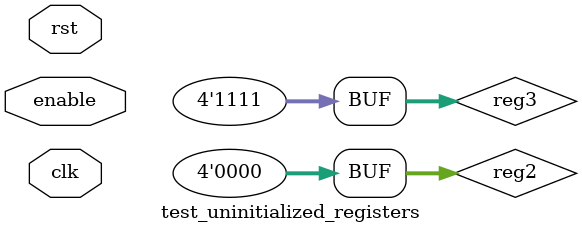
<source format=v>
module test_uninitialized_registers(
    input clk,
    input rst,
    input enable,
);

    reg [3:0] reg1; // This register is uninitialized
    reg [3:0] reg2 = 4'b0000; // This register is initialized
    reg [3:0] reg3; // This register is initialized later


    initial begin
        reg3 = 4'b1111;
    end

endmodule

</source>
